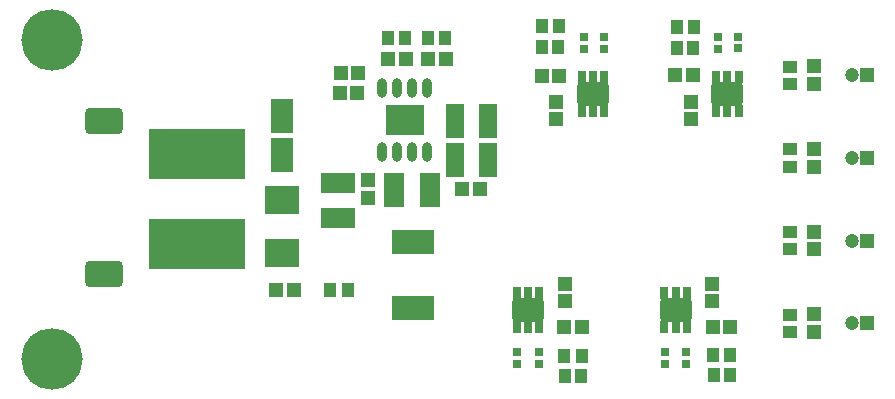
<source format=gts>
G04 Layer_Color=20142*
%FSAX24Y24*%
%MOIN*%
G70*
G01*
G75*
G04:AMPARAMS|DCode=43|XSize=106.4mil|YSize=76.9mil|CornerRadius=10.9mil|HoleSize=0mil|Usage=FLASHONLY|Rotation=180.000|XOffset=0mil|YOffset=0mil|HoleType=Round|Shape=RoundedRectangle|*
%AMROUNDEDRECTD43*
21,1,0.1064,0.0551,0,0,180.0*
21,1,0.0846,0.0769,0,0,180.0*
1,1,0.0218,-0.0423,0.0276*
1,1,0.0218,0.0423,0.0276*
1,1,0.0218,0.0423,-0.0276*
1,1,0.0218,-0.0423,-0.0276*
%
%ADD43ROUNDEDRECTD43*%
%ADD44R,0.0257X0.0387*%
%ADD45R,0.0493X0.0474*%
%ADD46R,0.0434X0.0493*%
%ADD47R,0.1300X0.1025*%
%ADD48O,0.0316X0.0651*%
%ADD49R,0.0474X0.0493*%
%ADD50R,0.0592X0.1143*%
%ADD51R,0.0671X0.1182*%
%ADD52R,0.1182X0.0671*%
%ADD53R,0.0454X0.0493*%
%ADD54R,0.0493X0.0454*%
%ADD55R,0.1160X0.0930*%
%ADD56R,0.0749X0.1182*%
%ADD57R,0.1430X0.0800*%
%ADD58R,0.0454X0.0454*%
%ADD59R,0.0493X0.0434*%
%ADD60R,0.0297X0.0297*%
%ADD61R,0.3230X0.1655*%
%ADD62C,0.0474*%
%ADD63R,0.0474X0.0474*%
%ADD64C,0.2049*%
G04:AMPARAMS|DCode=65|XSize=86.7mil|YSize=126.1mil|CornerRadius=15.8mil|HoleSize=0mil|Usage=FLASHONLY|Rotation=90.000|XOffset=0mil|YOffset=0mil|HoleType=Round|Shape=RoundedRectangle|*
%AMROUNDEDRECTD65*
21,1,0.0867,0.0945,0,0,90.0*
21,1,0.0551,0.1261,0,0,90.0*
1,1,0.0316,0.0472,0.0276*
1,1,0.0316,0.0472,-0.0276*
1,1,0.0316,-0.0472,-0.0276*
1,1,0.0316,-0.0472,0.0276*
%
%ADD65ROUNDEDRECTD65*%
%ADD66C,0.0336*%
D43*
X032559Y013189D02*
D03*
X037480D02*
D03*
X034718Y020406D02*
D03*
X039206D02*
D03*
D44*
X032933Y012622D02*
D03*
X032559D02*
D03*
X032185D02*
D03*
Y013756D02*
D03*
X032559D02*
D03*
X032933D02*
D03*
X037854Y012622D02*
D03*
X037480D02*
D03*
X037106D02*
D03*
Y013756D02*
D03*
X037480D02*
D03*
X037854D02*
D03*
X034344Y020973D02*
D03*
X034718D02*
D03*
X035092D02*
D03*
Y019839D02*
D03*
X034718D02*
D03*
X034344D02*
D03*
X038832Y020973D02*
D03*
X039206D02*
D03*
X039580D02*
D03*
Y019839D02*
D03*
X039206D02*
D03*
X038832D02*
D03*
D45*
X024154Y013858D02*
D03*
X024744D02*
D03*
X030374Y017244D02*
D03*
X030965D02*
D03*
X029223Y021575D02*
D03*
X029814D02*
D03*
X026280Y020433D02*
D03*
X026870D02*
D03*
X027885Y021575D02*
D03*
X028475D02*
D03*
D46*
X025974Y013858D02*
D03*
X026545D02*
D03*
X029804Y022283D02*
D03*
X029233D02*
D03*
X028466D02*
D03*
X027895D02*
D03*
X038081Y022638D02*
D03*
X037510D02*
D03*
X038061Y021929D02*
D03*
X037530D02*
D03*
X033770Y011654D02*
D03*
X034341D02*
D03*
X033783Y010997D02*
D03*
X034315D02*
D03*
X038730Y011693D02*
D03*
X039301D02*
D03*
X038750Y011024D02*
D03*
X039281D02*
D03*
X033586Y022650D02*
D03*
X033015D02*
D03*
X033567Y021981D02*
D03*
X033035D02*
D03*
D47*
X028456Y019528D02*
D03*
D48*
X029206Y020600D02*
D03*
X028706D02*
D03*
X028206D02*
D03*
X027706D02*
D03*
X029206Y018455D02*
D03*
X028706D02*
D03*
X028206D02*
D03*
X027706D02*
D03*
D49*
X027235Y017539D02*
D03*
Y016949D02*
D03*
X042087Y021319D02*
D03*
Y020728D02*
D03*
Y015807D02*
D03*
Y015217D02*
D03*
Y013051D02*
D03*
Y012461D02*
D03*
Y018563D02*
D03*
Y017972D02*
D03*
D50*
X031220Y019488D02*
D03*
X030118D02*
D03*
X031220Y018189D02*
D03*
X030118D02*
D03*
D51*
X029282Y017205D02*
D03*
X028101D02*
D03*
D52*
X026220Y017441D02*
D03*
Y016260D02*
D03*
D53*
X037470Y021024D02*
D03*
X038041D02*
D03*
X034341Y012638D02*
D03*
X033770D02*
D03*
X039301Y012638D02*
D03*
X038730D02*
D03*
X033022Y020984D02*
D03*
X033593D02*
D03*
D54*
X037992Y020128D02*
D03*
Y019557D02*
D03*
X033780Y013494D02*
D03*
Y014065D02*
D03*
X038701Y013494D02*
D03*
Y014065D02*
D03*
X033504Y020128D02*
D03*
Y019557D02*
D03*
D55*
X024370Y015114D02*
D03*
Y016854D02*
D03*
D56*
Y018376D02*
D03*
Y019656D02*
D03*
D57*
X028740Y015461D02*
D03*
Y013280D02*
D03*
D58*
X026320Y021102D02*
D03*
X026891D02*
D03*
D59*
X041299Y020738D02*
D03*
Y021309D02*
D03*
Y015226D02*
D03*
Y015797D02*
D03*
Y012470D02*
D03*
Y013041D02*
D03*
Y017982D02*
D03*
Y018553D02*
D03*
D60*
X032912Y011793D02*
D03*
X032913Y011398D02*
D03*
X032204Y011793D02*
D03*
X032205Y011398D02*
D03*
X037834Y011793D02*
D03*
X037835Y011398D02*
D03*
X037125Y011793D02*
D03*
X037126Y011398D02*
D03*
X035080Y021907D02*
D03*
X035079Y022303D02*
D03*
X034410Y021907D02*
D03*
X034409Y022303D02*
D03*
X038899Y021907D02*
D03*
X038898Y022303D02*
D03*
X039568Y021917D02*
D03*
X039567Y022313D02*
D03*
D61*
X021535Y018386D02*
D03*
Y015394D02*
D03*
D62*
X043366Y021024D02*
D03*
Y012756D02*
D03*
Y015512D02*
D03*
Y018268D02*
D03*
D63*
X043858Y021024D02*
D03*
Y012756D02*
D03*
Y015512D02*
D03*
Y018268D02*
D03*
D64*
X016693Y022205D02*
D03*
Y011575D02*
D03*
D65*
X018432Y014390D02*
D03*
Y019490D02*
D03*
D66*
X028889Y019744D02*
D03*
X028456D02*
D03*
Y019311D02*
D03*
X028023Y019744D02*
D03*
Y019311D02*
D03*
X028889D02*
D03*
M02*

</source>
